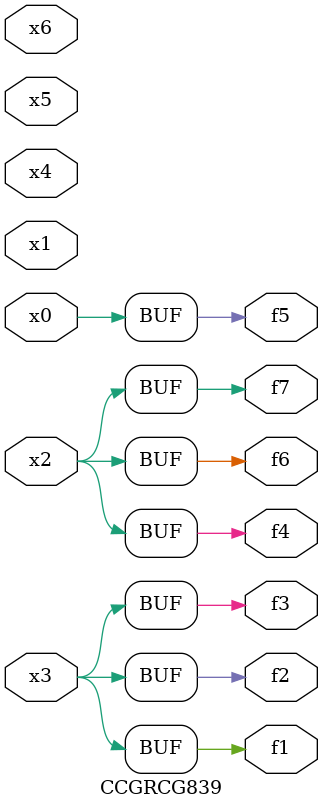
<source format=v>
module CCGRCG839(
	input x0, x1, x2, x3, x4, x5, x6,
	output f1, f2, f3, f4, f5, f6, f7
);
	assign f1 = x3;
	assign f2 = x3;
	assign f3 = x3;
	assign f4 = x2;
	assign f5 = x0;
	assign f6 = x2;
	assign f7 = x2;
endmodule

</source>
